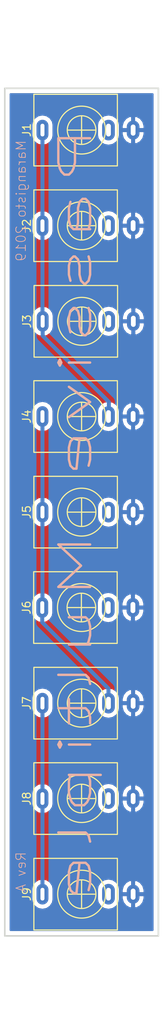
<source format=kicad_pcb>
(kicad_pcb (version 20171130) (host pcbnew "(5.0.1-3-g963ef8bb5)")

  (general
    (thickness 1.6)
    (drawings 44)
    (tracks 17)
    (zones 0)
    (modules 9)
    (nets 12)
  )

  (page A4)
  (layers
    (0 F.Cu signal)
    (31 B.Cu signal)
    (32 B.Adhes user)
    (33 F.Adhes user)
    (34 B.Paste user)
    (35 F.Paste user)
    (36 B.SilkS user)
    (37 F.SilkS user)
    (38 B.Mask user)
    (39 F.Mask user)
    (40 Dwgs.User user)
    (41 Cmts.User user)
    (42 Eco1.User user)
    (43 Eco2.User user)
    (44 Edge.Cuts user)
    (45 Margin user)
    (46 B.CrtYd user)
    (47 F.CrtYd user)
    (48 B.Fab user)
    (49 F.Fab user)
  )

  (setup
    (last_trace_width 0.5)
    (user_trace_width 0.5)
    (trace_clearance 0.2)
    (zone_clearance 0.508)
    (zone_45_only no)
    (trace_min 0.2)
    (segment_width 0.2)
    (edge_width 0.15)
    (via_size 0.8)
    (via_drill 0.4)
    (via_min_size 0.4)
    (via_min_drill 0.3)
    (uvia_size 0.3)
    (uvia_drill 0.1)
    (uvias_allowed no)
    (uvia_min_size 0.2)
    (uvia_min_drill 0.1)
    (pcb_text_width 0.3)
    (pcb_text_size 1.5 1.5)
    (mod_edge_width 0.15)
    (mod_text_size 1 1)
    (mod_text_width 0.15)
    (pad_size 1.524 1.524)
    (pad_drill 0.762)
    (pad_to_mask_clearance 0.051)
    (solder_mask_min_width 0.25)
    (aux_axis_origin 148.5011 105.00614)
    (grid_origin 148.5011 105.00614)
    (visible_elements FFFFFF7F)
    (pcbplotparams
      (layerselection 0x010fc_ffffffff)
      (usegerberextensions false)
      (usegerberattributes false)
      (usegerberadvancedattributes false)
      (creategerberjobfile false)
      (excludeedgelayer true)
      (linewidth 0.100000)
      (plotframeref false)
      (viasonmask false)
      (mode 1)
      (useauxorigin false)
      (hpglpennumber 1)
      (hpglpenspeed 20)
      (hpglpendiameter 15.000000)
      (psnegative false)
      (psa4output false)
      (plotreference true)
      (plotvalue true)
      (plotinvisibletext false)
      (padsonsilk false)
      (subtractmaskfromsilk false)
      (outputformat 1)
      (mirror false)
      (drillshape 1)
      (scaleselection 1)
      (outputdirectory ""))
  )

  (net 0 "")
  (net 1 "Net-(J1-PadTN)")
  (net 2 GND)
  (net 3 "Net-(J1-PadT)")
  (net 4 "Net-(J2-PadTN)")
  (net 5 "Net-(J3-PadTN)")
  (net 6 "Net-(J4-PadT)")
  (net 7 "Net-(J5-PadTN)")
  (net 8 "Net-(J6-PadTN)")
  (net 9 "Net-(J7-PadT)")
  (net 10 "Net-(J8-PadTN)")
  (net 11 "Net-(J9-PadTN)")

  (net_class Default "This is the default net class."
    (clearance 0.2)
    (trace_width 0.25)
    (via_dia 0.8)
    (via_drill 0.4)
    (uvia_dia 0.3)
    (uvia_drill 0.1)
    (add_net GND)
    (add_net "Net-(J1-PadT)")
    (add_net "Net-(J1-PadTN)")
    (add_net "Net-(J2-PadTN)")
    (add_net "Net-(J3-PadTN)")
    (add_net "Net-(J4-PadT)")
    (add_net "Net-(J5-PadTN)")
    (add_net "Net-(J6-PadTN)")
    (add_net "Net-(J7-PadT)")
    (add_net "Net-(J8-PadTN)")
    (add_net "Net-(J9-PadTN)")
  )

  (module Local:PJ398SM (layer F.Cu) (tedit 5BE15C5F) (tstamp 5C536156)
    (at 148.5011 153.01214 90)
    (path /5C3ABA52)
    (fp_text reference J9 (at 0 -6.9 90) (layer F.SilkS)
      (effects (font (size 1 1) (thickness 0.15)))
    )
    (fp_text value AudioJack2_Ground_Switch (at 0.03 -3.09 90) (layer F.Fab)
      (effects (font (size 1 1) (thickness 0.15)))
    )
    (fp_line (start 1.8 0) (end -1.8 0) (layer F.SilkS) (width 0.15))
    (fp_line (start 0 -1.8) (end 0 1.8) (layer F.SilkS) (width 0.15))
    (fp_line (start -4.5 4.5) (end 4.5 4.5) (layer F.SilkS) (width 0.15))
    (fp_line (start 4.5 4.5) (end 4.5 -6) (layer F.SilkS) (width 0.15))
    (fp_line (start 4.5 -6) (end -4.5 -6) (layer F.SilkS) (width 0.15))
    (fp_line (start -4.5 -6) (end -4.5 4.5) (layer F.SilkS) (width 0.15))
    (fp_circle (center 0 0) (end 3 0.2) (layer F.SilkS) (width 0.15))
    (fp_circle (center 0 0) (end 1.8 0) (layer F.SilkS) (width 0.15))
    (pad TN thru_hole oval (at 0 3.38 90) (size 2.6 1.6) (drill oval 1.6 0.6) (layers *.Cu *.Mask)
      (net 11 "Net-(J9-PadTN)"))
    (pad S thru_hole oval (at 0 6.48 90) (size 2.4 1.6) (drill oval 1.4 0.6) (layers *.Cu *.Mask)
      (net 2 GND))
    (pad T thru_hole oval (at 0 -4.92 90) (size 2.6 1.5) (drill oval 1.6 0.5) (layers *.Cu *.Mask)
      (net 9 "Net-(J7-PadT)"))
    (model ${KIPRJMOD}/Local.pretty/PJ398SM.step
      (offset (xyz 0 0 9))
      (scale (xyz 1 1 1))
      (rotate (xyz -90 0 0))
    )
  )

  (module Local:PJ398SM (layer F.Cu) (tedit 5BE15C5F) (tstamp 5C536147)
    (at 148.5011 140.99794 90)
    (path /5C3ABA4C)
    (fp_text reference J8 (at 0 -6.9 90) (layer F.SilkS)
      (effects (font (size 1 1) (thickness 0.15)))
    )
    (fp_text value AudioJack2_Ground_Switch (at 0.03 -3.09 90) (layer F.Fab)
      (effects (font (size 1 1) (thickness 0.15)))
    )
    (fp_circle (center 0 0) (end 1.8 0) (layer F.SilkS) (width 0.15))
    (fp_circle (center 0 0) (end 3 0.2) (layer F.SilkS) (width 0.15))
    (fp_line (start -4.5 -6) (end -4.5 4.5) (layer F.SilkS) (width 0.15))
    (fp_line (start 4.5 -6) (end -4.5 -6) (layer F.SilkS) (width 0.15))
    (fp_line (start 4.5 4.5) (end 4.5 -6) (layer F.SilkS) (width 0.15))
    (fp_line (start -4.5 4.5) (end 4.5 4.5) (layer F.SilkS) (width 0.15))
    (fp_line (start 0 -1.8) (end 0 1.8) (layer F.SilkS) (width 0.15))
    (fp_line (start 1.8 0) (end -1.8 0) (layer F.SilkS) (width 0.15))
    (pad T thru_hole oval (at 0 -4.92 90) (size 2.6 1.5) (drill oval 1.6 0.5) (layers *.Cu *.Mask)
      (net 9 "Net-(J7-PadT)"))
    (pad S thru_hole oval (at 0 6.48 90) (size 2.4 1.6) (drill oval 1.4 0.6) (layers *.Cu *.Mask)
      (net 2 GND))
    (pad TN thru_hole oval (at 0 3.38 90) (size 2.6 1.6) (drill oval 1.6 0.6) (layers *.Cu *.Mask)
      (net 10 "Net-(J8-PadTN)"))
    (model ${KIPRJMOD}/Local.pretty/PJ398SM.step
      (offset (xyz 0 0 9))
      (scale (xyz 1 1 1))
      (rotate (xyz -90 0 0))
    )
  )

  (module Local:PJ398SM (layer F.Cu) (tedit 5BE15C5F) (tstamp 5C536138)
    (at 148.5011 129.00914 90)
    (path /5C3ABA46)
    (fp_text reference J7 (at 0 -6.9 90) (layer F.SilkS)
      (effects (font (size 1 1) (thickness 0.15)))
    )
    (fp_text value AudioJack2_Ground_Switch (at 0.03 -3.09 90) (layer F.Fab)
      (effects (font (size 1 1) (thickness 0.15)))
    )
    (fp_line (start 1.8 0) (end -1.8 0) (layer F.SilkS) (width 0.15))
    (fp_line (start 0 -1.8) (end 0 1.8) (layer F.SilkS) (width 0.15))
    (fp_line (start -4.5 4.5) (end 4.5 4.5) (layer F.SilkS) (width 0.15))
    (fp_line (start 4.5 4.5) (end 4.5 -6) (layer F.SilkS) (width 0.15))
    (fp_line (start 4.5 -6) (end -4.5 -6) (layer F.SilkS) (width 0.15))
    (fp_line (start -4.5 -6) (end -4.5 4.5) (layer F.SilkS) (width 0.15))
    (fp_circle (center 0 0) (end 3 0.2) (layer F.SilkS) (width 0.15))
    (fp_circle (center 0 0) (end 1.8 0) (layer F.SilkS) (width 0.15))
    (pad TN thru_hole oval (at 0 3.38 90) (size 2.6 1.6) (drill oval 1.6 0.6) (layers *.Cu *.Mask)
      (net 6 "Net-(J4-PadT)"))
    (pad S thru_hole oval (at 0 6.48 90) (size 2.4 1.6) (drill oval 1.4 0.6) (layers *.Cu *.Mask)
      (net 2 GND))
    (pad T thru_hole oval (at 0 -4.92 90) (size 2.6 1.5) (drill oval 1.6 0.5) (layers *.Cu *.Mask)
      (net 9 "Net-(J7-PadT)"))
    (model ${KIPRJMOD}/Local.pretty/PJ398SM.step
      (offset (xyz 0 0 9))
      (scale (xyz 1 1 1))
      (rotate (xyz -90 0 0))
    )
  )

  (module Local:PJ398SM (layer F.Cu) (tedit 5BE15C5F) (tstamp 5C536129)
    (at 148.4757 116.99494 90)
    (path /5C3AB85A)
    (fp_text reference J6 (at 0 -6.9 90) (layer F.SilkS)
      (effects (font (size 1 1) (thickness 0.15)))
    )
    (fp_text value AudioJack2_Ground_Switch (at 0.03 -3.09 90) (layer F.Fab)
      (effects (font (size 1 1) (thickness 0.15)))
    )
    (fp_circle (center 0 0) (end 1.8 0) (layer F.SilkS) (width 0.15))
    (fp_circle (center 0 0) (end 3 0.2) (layer F.SilkS) (width 0.15))
    (fp_line (start -4.5 -6) (end -4.5 4.5) (layer F.SilkS) (width 0.15))
    (fp_line (start 4.5 -6) (end -4.5 -6) (layer F.SilkS) (width 0.15))
    (fp_line (start 4.5 4.5) (end 4.5 -6) (layer F.SilkS) (width 0.15))
    (fp_line (start -4.5 4.5) (end 4.5 4.5) (layer F.SilkS) (width 0.15))
    (fp_line (start 0 -1.8) (end 0 1.8) (layer F.SilkS) (width 0.15))
    (fp_line (start 1.8 0) (end -1.8 0) (layer F.SilkS) (width 0.15))
    (pad T thru_hole oval (at 0 -4.92 90) (size 2.6 1.5) (drill oval 1.6 0.5) (layers *.Cu *.Mask)
      (net 6 "Net-(J4-PadT)"))
    (pad S thru_hole oval (at 0 6.48 90) (size 2.4 1.6) (drill oval 1.4 0.6) (layers *.Cu *.Mask)
      (net 2 GND))
    (pad TN thru_hole oval (at 0 3.38 90) (size 2.6 1.6) (drill oval 1.6 0.6) (layers *.Cu *.Mask)
      (net 8 "Net-(J6-PadTN)"))
    (model ${KIPRJMOD}/Local.pretty/PJ398SM.step
      (offset (xyz 0 0 9))
      (scale (xyz 1 1 1))
      (rotate (xyz -90 0 0))
    )
  )

  (module Local:PJ398SM (layer F.Cu) (tedit 5BE15C5F) (tstamp 5C53611A)
    (at 148.5011 105.00614 90)
    (path /5C3AB854)
    (fp_text reference J5 (at 0 -6.9 90) (layer F.SilkS)
      (effects (font (size 1 1) (thickness 0.15)))
    )
    (fp_text value AudioJack2_Ground_Switch (at 0.03 -3.09 90) (layer F.Fab)
      (effects (font (size 1 1) (thickness 0.15)))
    )
    (fp_line (start 1.8 0) (end -1.8 0) (layer F.SilkS) (width 0.15))
    (fp_line (start 0 -1.8) (end 0 1.8) (layer F.SilkS) (width 0.15))
    (fp_line (start -4.5 4.5) (end 4.5 4.5) (layer F.SilkS) (width 0.15))
    (fp_line (start 4.5 4.5) (end 4.5 -6) (layer F.SilkS) (width 0.15))
    (fp_line (start 4.5 -6) (end -4.5 -6) (layer F.SilkS) (width 0.15))
    (fp_line (start -4.5 -6) (end -4.5 4.5) (layer F.SilkS) (width 0.15))
    (fp_circle (center 0 0) (end 3 0.2) (layer F.SilkS) (width 0.15))
    (fp_circle (center 0 0) (end 1.8 0) (layer F.SilkS) (width 0.15))
    (pad TN thru_hole oval (at 0 3.38 90) (size 2.6 1.6) (drill oval 1.6 0.6) (layers *.Cu *.Mask)
      (net 7 "Net-(J5-PadTN)"))
    (pad S thru_hole oval (at 0 6.48 90) (size 2.4 1.6) (drill oval 1.4 0.6) (layers *.Cu *.Mask)
      (net 2 GND))
    (pad T thru_hole oval (at 0 -4.92 90) (size 2.6 1.5) (drill oval 1.6 0.5) (layers *.Cu *.Mask)
      (net 6 "Net-(J4-PadT)"))
    (model ${KIPRJMOD}/Local.pretty/PJ398SM.step
      (offset (xyz 0 0 9))
      (scale (xyz 1 1 1))
      (rotate (xyz -90 0 0))
    )
  )

  (module Local:PJ398SM (layer F.Cu) (tedit 5BE15C5F) (tstamp 5C53610B)
    (at 148.5011 92.99194 90)
    (path /5C3AB84E)
    (fp_text reference J4 (at 0 -6.9 90) (layer F.SilkS)
      (effects (font (size 1 1) (thickness 0.15)))
    )
    (fp_text value AudioJack2_Ground_Switch (at 0.03 -3.09 90) (layer F.Fab)
      (effects (font (size 1 1) (thickness 0.15)))
    )
    (fp_circle (center 0 0) (end 1.8 0) (layer F.SilkS) (width 0.15))
    (fp_circle (center 0 0) (end 3 0.2) (layer F.SilkS) (width 0.15))
    (fp_line (start -4.5 -6) (end -4.5 4.5) (layer F.SilkS) (width 0.15))
    (fp_line (start 4.5 -6) (end -4.5 -6) (layer F.SilkS) (width 0.15))
    (fp_line (start 4.5 4.5) (end 4.5 -6) (layer F.SilkS) (width 0.15))
    (fp_line (start -4.5 4.5) (end 4.5 4.5) (layer F.SilkS) (width 0.15))
    (fp_line (start 0 -1.8) (end 0 1.8) (layer F.SilkS) (width 0.15))
    (fp_line (start 1.8 0) (end -1.8 0) (layer F.SilkS) (width 0.15))
    (pad T thru_hole oval (at 0 -4.92 90) (size 2.6 1.5) (drill oval 1.6 0.5) (layers *.Cu *.Mask)
      (net 6 "Net-(J4-PadT)"))
    (pad S thru_hole oval (at 0 6.48 90) (size 2.4 1.6) (drill oval 1.4 0.6) (layers *.Cu *.Mask)
      (net 2 GND))
    (pad TN thru_hole oval (at 0 3.38 90) (size 2.6 1.6) (drill oval 1.6 0.6) (layers *.Cu *.Mask)
      (net 3 "Net-(J1-PadT)"))
    (model ${KIPRJMOD}/Local.pretty/PJ398SM.step
      (offset (xyz 0 0 9))
      (scale (xyz 1 1 1))
      (rotate (xyz -90 0 0))
    )
  )

  (module Local:PJ398SM (layer F.Cu) (tedit 5BE15C5F) (tstamp 5C5360FC)
    (at 148.5265 81.02854 90)
    (path /5C3AB5F9)
    (fp_text reference J3 (at 0 -6.9 90) (layer F.SilkS)
      (effects (font (size 1 1) (thickness 0.15)))
    )
    (fp_text value AudioJack2_Ground_Switch (at 0.03 -3.09 90) (layer F.Fab)
      (effects (font (size 1 1) (thickness 0.15)))
    )
    (fp_line (start 1.8 0) (end -1.8 0) (layer F.SilkS) (width 0.15))
    (fp_line (start 0 -1.8) (end 0 1.8) (layer F.SilkS) (width 0.15))
    (fp_line (start -4.5 4.5) (end 4.5 4.5) (layer F.SilkS) (width 0.15))
    (fp_line (start 4.5 4.5) (end 4.5 -6) (layer F.SilkS) (width 0.15))
    (fp_line (start 4.5 -6) (end -4.5 -6) (layer F.SilkS) (width 0.15))
    (fp_line (start -4.5 -6) (end -4.5 4.5) (layer F.SilkS) (width 0.15))
    (fp_circle (center 0 0) (end 3 0.2) (layer F.SilkS) (width 0.15))
    (fp_circle (center 0 0) (end 1.8 0) (layer F.SilkS) (width 0.15))
    (pad TN thru_hole oval (at 0 3.38 90) (size 2.6 1.6) (drill oval 1.6 0.6) (layers *.Cu *.Mask)
      (net 5 "Net-(J3-PadTN)"))
    (pad S thru_hole oval (at 0 6.48 90) (size 2.4 1.6) (drill oval 1.4 0.6) (layers *.Cu *.Mask)
      (net 2 GND))
    (pad T thru_hole oval (at 0 -4.92 90) (size 2.6 1.5) (drill oval 1.6 0.5) (layers *.Cu *.Mask)
      (net 3 "Net-(J1-PadT)"))
    (model ${KIPRJMOD}/Local.pretty/PJ398SM.step
      (offset (xyz 0 0 9))
      (scale (xyz 1 1 1))
      (rotate (xyz -90 0 0))
    )
  )

  (module Local:PJ398SM (layer F.Cu) (tedit 5BE15C5F) (tstamp 5C5360ED)
    (at 148.5011 69.01434 90)
    (path /5C3AB5DF)
    (fp_text reference J2 (at 0 -6.9 90) (layer F.SilkS)
      (effects (font (size 1 1) (thickness 0.15)))
    )
    (fp_text value AudioJack2_Ground_Switch (at 0.03 -3.09 90) (layer F.Fab)
      (effects (font (size 1 1) (thickness 0.15)))
    )
    (fp_circle (center 0 0) (end 1.8 0) (layer F.SilkS) (width 0.15))
    (fp_circle (center 0 0) (end 3 0.2) (layer F.SilkS) (width 0.15))
    (fp_line (start -4.5 -6) (end -4.5 4.5) (layer F.SilkS) (width 0.15))
    (fp_line (start 4.5 -6) (end -4.5 -6) (layer F.SilkS) (width 0.15))
    (fp_line (start 4.5 4.5) (end 4.5 -6) (layer F.SilkS) (width 0.15))
    (fp_line (start -4.5 4.5) (end 4.5 4.5) (layer F.SilkS) (width 0.15))
    (fp_line (start 0 -1.8) (end 0 1.8) (layer F.SilkS) (width 0.15))
    (fp_line (start 1.8 0) (end -1.8 0) (layer F.SilkS) (width 0.15))
    (pad T thru_hole oval (at 0 -4.92 90) (size 2.6 1.5) (drill oval 1.6 0.5) (layers *.Cu *.Mask)
      (net 3 "Net-(J1-PadT)"))
    (pad S thru_hole oval (at 0 6.48 90) (size 2.4 1.6) (drill oval 1.4 0.6) (layers *.Cu *.Mask)
      (net 2 GND))
    (pad TN thru_hole oval (at 0 3.38 90) (size 2.6 1.6) (drill oval 1.6 0.6) (layers *.Cu *.Mask)
      (net 4 "Net-(J2-PadTN)"))
    (model ${KIPRJMOD}/Local.pretty/PJ398SM.step
      (offset (xyz 0 0 9))
      (scale (xyz 1 1 1))
      (rotate (xyz -90 0 0))
    )
  )

  (module Local:PJ398SM (layer F.Cu) (tedit 5BE15C5F) (tstamp 5C5360DE)
    (at 148.5011 57.00014 90)
    (path /5C3AB58B)
    (fp_text reference J1 (at 0 -6.9 90) (layer F.SilkS)
      (effects (font (size 1 1) (thickness 0.15)))
    )
    (fp_text value AudioJack2_Ground_Switch (at 0.03 -3.09 90) (layer F.Fab)
      (effects (font (size 1 1) (thickness 0.15)))
    )
    (fp_line (start 1.8 0) (end -1.8 0) (layer F.SilkS) (width 0.15))
    (fp_line (start 0 -1.8) (end 0 1.8) (layer F.SilkS) (width 0.15))
    (fp_line (start -4.5 4.5) (end 4.5 4.5) (layer F.SilkS) (width 0.15))
    (fp_line (start 4.5 4.5) (end 4.5 -6) (layer F.SilkS) (width 0.15))
    (fp_line (start 4.5 -6) (end -4.5 -6) (layer F.SilkS) (width 0.15))
    (fp_line (start -4.5 -6) (end -4.5 4.5) (layer F.SilkS) (width 0.15))
    (fp_circle (center 0 0) (end 3 0.2) (layer F.SilkS) (width 0.15))
    (fp_circle (center 0 0) (end 1.8 0) (layer F.SilkS) (width 0.15))
    (pad TN thru_hole oval (at 0 3.38 90) (size 2.6 1.6) (drill oval 1.6 0.6) (layers *.Cu *.Mask)
      (net 1 "Net-(J1-PadTN)"))
    (pad S thru_hole oval (at 0 6.48 90) (size 2.4 1.6) (drill oval 1.4 0.6) (layers *.Cu *.Mask)
      (net 2 GND))
    (pad T thru_hole oval (at 0 -4.92 90) (size 2.6 1.5) (drill oval 1.6 0.5) (layers *.Cu *.Mask)
      (net 3 "Net-(J1-PadT)"))
    (model ${KIPRJMOD}/Local.pretty/PJ398SM.step
      (offset (xyz 0 0 9))
      (scale (xyz 1 1 1))
      (rotate (xyz -90 0 0))
    )
  )

  (gr_text "Rev A" (at 140.8811 150.21814 90) (layer B.SilkS) (tstamp 5C536585)
    (effects (font (size 1.2 1.2) (thickness 0.1)) (justify mirror))
  )
  (gr_text "Marangisto 2019" (at 140.8811 65.89014 90) (layer B.SilkS)
    (effects (font (size 1.2 1.2) (thickness 0.1)) (justify mirror))
  )
  (gr_text "Passive Multiple" (at 147.7391 105.26014 90) (layer B.SilkS)
    (effects (font (size 4 8) (thickness 0.3)) (justify mirror))
  )
  (gr_line (start 138.8411 51.7536) (end 138.8411 158.2536) (layer Dwgs.User) (width 0.2))
  (gr_circle (center 148.5011 117.0036) (end 151.5011 117.0036) (layer Dwgs.User) (width 0.2))
  (gr_line (start 138.3411 169.2536) (end 158.6611 169.2536) (layer Dwgs.User) (width 0.2))
  (gr_line (start 158.4111 105.0036) (end 138.8411 105.0036) (layer Dwgs.User) (width 0.2))
  (gr_circle (center 148.5011 81.0036) (end 151.5011 81.0036) (layer Dwgs.User) (width 0.2))
  (gr_line (start 138.5911 169.2536) (end 158.4111 169.2536) (layer Dwgs.User) (width 0.2))
  (gr_circle (center 148.5011 105.0036) (end 151.5011 105.0036) (layer Dwgs.User) (width 0.2))
  (gr_line (start 158.6611 169.2536) (end 158.6611 40.7536) (layer Dwgs.User) (width 0.2))
  (gr_circle (center 148.5011 69.0036) (end 151.5011 69.0036) (layer Dwgs.User) (width 0.2))
  (gr_circle (center 148.5011 129.0036) (end 151.5011 129.0036) (layer Dwgs.User) (width 0.2))
  (gr_line (start 138.3411 40.7536) (end 138.3411 169.2536) (layer Dwgs.User) (width 0.2))
  (gr_circle (center 145.8411 43.7536) (end 147.3411 43.7536) (layer Dwgs.User) (width 0.2))
  (gr_circle (center 144.3411 166.2536) (end 145.8411 166.2536) (layer Dwgs.User) (width 0.2))
  (gr_line (start 144.3411 42.2536) (end 147.3411 42.2536) (layer Dwgs.User) (width 0.2))
  (gr_line (start 144.3411 166.2536) (end 147.3411 166.2536) (layer Dwgs.User) (width 0.2))
  (gr_circle (center 147.3411 166.2536) (end 148.8411 166.2536) (layer Dwgs.User) (width 0.2))
  (gr_circle (center 148.5011 93.0036) (end 151.5011 93.0036) (layer Dwgs.User) (width 0.2))
  (gr_line (start 144.3411 43.7536) (end 147.3411 43.7536) (layer Dwgs.User) (width 0.2))
  (gr_circle (center 144.3411 43.7536) (end 145.8411 43.7536) (layer Dwgs.User) (width 0.2))
  (gr_circle (center 147.3411 43.7536) (end 148.8411 43.7536) (layer Dwgs.User) (width 0.2))
  (gr_line (start 147.3411 167.7536) (end 144.3411 167.7536) (layer Dwgs.User) (width 0.2))
  (gr_line (start 158.1611 51.7536) (end 138.8411 51.7536) (layer Dwgs.User) (width 0.2))
  (gr_circle (center 145.8411 166.2536) (end 147.3411 166.2536) (layer Dwgs.User) (width 0.2))
  (gr_line (start 158.6611 40.7536) (end 138.3411 40.7536) (layer Dwgs.User) (width 0.2))
  (gr_circle (center 148.5011 153.0036) (end 151.5011 153.0036) (layer Dwgs.User) (width 0.2))
  (gr_line (start 138.8411 158.2536) (end 158.1611 158.2536) (layer Dwgs.User) (width 0.2))
  (gr_line (start 138.8411 55.0036) (end 158.1611 55.0036) (layer Dwgs.User) (width 0.2))
  (gr_line (start 158.4111 40.7536) (end 138.5911 40.7536) (layer Dwgs.User) (width 0.2))
  (gr_circle (center 148.5011 141.0036) (end 151.5011 141.0036) (layer Dwgs.User) (width 0.2))
  (gr_line (start 138.5911 40.7536) (end 138.5911 169.2536) (layer Dwgs.User) (width 0.2))
  (gr_line (start 138.8411 155.0036) (end 158.1611 155.0036) (layer Dwgs.User) (width 0.2))
  (gr_line (start 147.3411 45.2536) (end 144.3411 45.2536) (layer Dwgs.User) (width 0.2))
  (gr_line (start 144.3411 164.7536) (end 147.3411 164.7536) (layer Dwgs.User) (width 0.2))
  (gr_line (start 148.5011 40.7536) (end 148.5011 169.2536) (layer Dwgs.User) (width 0.2))
  (gr_line (start 158.1611 158.2536) (end 158.1611 51.7536) (layer Dwgs.User) (width 0.2))
  (gr_circle (center 148.5011 57.0036) (end 151.5011 57.0036) (layer Dwgs.User) (width 0.2))
  (gr_line (start 158.4111 169.2536) (end 158.4111 40.7536) (layer Dwgs.User) (width 0.2))
  (gr_line (start 158.1611 158.2536) (end 158.1611 51.7536) (layer Edge.Cuts) (width 0.2))
  (gr_line (start 158.1611 51.7536) (end 138.8411 51.7536) (layer Edge.Cuts) (width 0.2))
  (gr_line (start 138.8411 51.7536) (end 138.8411 158.2536) (layer Edge.Cuts) (width 0.2))
  (gr_line (start 138.8411 158.2536) (end 158.1611 158.2536) (layer Edge.Cuts) (width 0.2))

  (segment (start 143.5811 57.00014) (end 143.5811 69.01434) (width 0.5) (layer B.Cu) (net 3))
  (segment (start 143.5811 81.00314) (end 143.6065 81.02854) (width 0.5) (layer B.Cu) (net 3))
  (segment (start 143.5811 69.01434) (end 143.5811 81.00314) (width 0.5) (layer B.Cu) (net 3))
  (segment (start 151.9301 92.94294) (end 151.8811 92.99194) (width 0.5) (layer B.Cu) (net 3))
  (segment (start 151.9301 91.16314) (end 151.9301 92.94294) (width 0.5) (layer B.Cu) (net 3))
  (segment (start 143.6065 82.83954) (end 151.9301 91.16314) (width 0.5) (layer B.Cu) (net 3))
  (segment (start 143.6065 81.02854) (end 143.6065 82.83954) (width 0.5) (layer B.Cu) (net 3))
  (segment (start 143.5811 92.99194) (end 143.5811 105.00614) (width 0.5) (layer B.Cu) (net 6))
  (segment (start 143.5811 116.96954) (end 143.5557 116.99494) (width 0.5) (layer B.Cu) (net 6))
  (segment (start 143.5811 105.00614) (end 143.5811 116.96954) (width 0.5) (layer B.Cu) (net 6))
  (segment (start 151.8811 127.18214) (end 151.8811 129.00914) (width 0.5) (layer B.Cu) (net 6))
  (segment (start 143.5557 118.85674) (end 151.8811 127.18214) (width 0.5) (layer B.Cu) (net 6))
  (segment (start 143.5557 116.99494) (end 143.5557 118.85674) (width 0.5) (layer B.Cu) (net 6))
  (segment (start 143.5811 130.80914) (end 143.5811 140.99794) (width 0.5) (layer B.Cu) (net 9))
  (segment (start 143.5811 129.00914) (end 143.5811 130.80914) (width 0.5) (layer B.Cu) (net 9))
  (segment (start 143.5811 142.79794) (end 143.5811 153.01214) (width 0.5) (layer B.Cu) (net 9))
  (segment (start 143.5811 140.99794) (end 143.5811 142.79794) (width 0.5) (layer B.Cu) (net 9))

  (zone (net 0) (net_name "") (layer F.Cu) (tstamp 0) (hatch edge 0.508)
    (connect_pads (clearance 0.508))
    (min_thickness 0.254)
    (keepout (tracks not_allowed) (vias not_allowed) (copperpour not_allowed))
    (fill (arc_segments 16) (thermal_gap 0.508) (thermal_bridge_width 0.508))
    (polygon
      (pts
        (xy 148.5011 55.22214) (xy 149.5171 55.47614) (xy 150.1521 56.23814) (xy 150.2791 57.00014) (xy 150.0251 58.01614)
        (xy 149.5171 58.52414) (xy 148.5011 58.77814) (xy 147.4851 58.52414) (xy 146.8501 57.76214) (xy 146.7231 57.00014)
        (xy 146.9771 55.98414) (xy 147.7391 55.34914) (xy 148.3741 55.22214)
      )
    )
  )
  (zone (net 0) (net_name "") (layer F.Cu) (tstamp 5C53654D) (hatch edge 0.508)
    (connect_pads (clearance 0.508))
    (min_thickness 0.254)
    (keepout (tracks not_allowed) (vias not_allowed) (copperpour not_allowed))
    (fill (arc_segments 16) (thermal_gap 0.508) (thermal_bridge_width 0.508))
    (polygon
      (pts
        (xy 148.518072 67.219252) (xy 149.534072 67.473252) (xy 150.169072 68.235252) (xy 150.296072 68.997252) (xy 150.042072 70.013252)
        (xy 149.534072 70.521252) (xy 148.518072 70.775252) (xy 147.502072 70.521252) (xy 146.867072 69.759252) (xy 146.740072 68.997252)
        (xy 146.994072 67.981252) (xy 147.756072 67.346252) (xy 148.391072 67.219252)
      )
    )
  )
  (zone (net 0) (net_name "") (layer F.Cu) (tstamp 5C53654F) (hatch edge 0.508)
    (connect_pads (clearance 0.508))
    (min_thickness 0.254)
    (keepout (tracks not_allowed) (vias not_allowed) (copperpour not_allowed))
    (fill (arc_segments 16) (thermal_gap 0.508) (thermal_bridge_width 0.508))
    (polygon
      (pts
        (xy 148.518072 79.22514) (xy 149.534072 79.47914) (xy 150.169072 80.24114) (xy 150.296072 81.00314) (xy 150.042072 82.01914)
        (xy 149.534072 82.52714) (xy 148.518072 82.78114) (xy 147.502072 82.52714) (xy 146.867072 81.76514) (xy 146.740072 81.00314)
        (xy 146.994072 79.98714) (xy 147.756072 79.35214) (xy 148.391072 79.22514)
      )
    )
  )
  (zone (net 0) (net_name "") (layer F.Cu) (tstamp 5C536551) (hatch edge 0.508)
    (connect_pads (clearance 0.508))
    (min_thickness 0.254)
    (keepout (tracks not_allowed) (vias not_allowed) (copperpour not_allowed))
    (fill (arc_segments 16) (thermal_gap 0.508) (thermal_bridge_width 0.508))
    (polygon
      (pts
        (xy 148.518072 91.16314) (xy 149.534072 91.41714) (xy 150.169072 92.17914) (xy 150.296072 92.94114) (xy 150.042072 93.95714)
        (xy 149.534072 94.46514) (xy 148.518072 94.71914) (xy 147.502072 94.46514) (xy 146.867072 93.70314) (xy 146.740072 92.94114)
        (xy 146.994072 91.92514) (xy 147.756072 91.29014) (xy 148.391072 91.16314)
      )
    )
  )
  (zone (net 0) (net_name "") (layer F.Cu) (tstamp 5C536553) (hatch edge 0.508)
    (connect_pads (clearance 0.508))
    (min_thickness 0.254)
    (keepout (tracks not_allowed) (vias not_allowed) (copperpour not_allowed))
    (fill (arc_segments 16) (thermal_gap 0.508) (thermal_bridge_width 0.508))
    (polygon
      (pts
        (xy 148.5011 115.16614) (xy 149.5171 115.42014) (xy 150.1521 116.18214) (xy 150.2791 116.94414) (xy 150.0251 117.96014)
        (xy 149.5171 118.46814) (xy 148.5011 118.72214) (xy 147.4851 118.46814) (xy 146.8501 117.70614) (xy 146.7231 116.94414)
        (xy 146.9771 115.92814) (xy 147.7391 115.29314) (xy 148.3741 115.16614)
      )
    )
  )
  (zone (net 0) (net_name "") (layer F.Cu) (tstamp 5C536555) (hatch edge 0.508)
    (connect_pads (clearance 0.508))
    (min_thickness 0.254)
    (keepout (tracks not_allowed) (vias not_allowed) (copperpour not_allowed))
    (fill (arc_segments 16) (thermal_gap 0.508) (thermal_bridge_width 0.508))
    (polygon
      (pts
        (xy 148.5011 127.23114) (xy 149.5171 127.48514) (xy 150.1521 128.24714) (xy 150.2791 129.00914) (xy 150.0251 130.02514)
        (xy 149.5171 130.53314) (xy 148.5011 130.78714) (xy 147.4851 130.53314) (xy 146.8501 129.77114) (xy 146.7231 129.00914)
        (xy 146.9771 127.99314) (xy 147.7391 127.35814) (xy 148.3741 127.23114)
      )
    )
  )
  (zone (net 0) (net_name "") (layer F.Cu) (tstamp 5C536557) (hatch edge 0.508)
    (connect_pads (clearance 0.508))
    (min_thickness 0.254)
    (keepout (tracks not_allowed) (vias not_allowed) (copperpour not_allowed))
    (fill (arc_segments 16) (thermal_gap 0.508) (thermal_bridge_width 0.508))
    (polygon
      (pts
        (xy 148.5011 139.29614) (xy 149.5171 139.55014) (xy 150.1521 140.31214) (xy 150.2791 141.07414) (xy 150.0251 142.09014)
        (xy 149.5171 142.59814) (xy 148.5011 142.85214) (xy 147.4851 142.59814) (xy 146.8501 141.83614) (xy 146.7231 141.07414)
        (xy 146.9771 140.05814) (xy 147.7391 139.42314) (xy 148.3741 139.29614)
      )
    )
  )
  (zone (net 0) (net_name "") (layer F.Cu) (tstamp 5C536559) (hatch edge 0.508)
    (connect_pads (clearance 0.508))
    (min_thickness 0.254)
    (keepout (tracks not_allowed) (vias not_allowed) (copperpour not_allowed))
    (fill (arc_segments 16) (thermal_gap 0.508) (thermal_bridge_width 0.508))
    (polygon
      (pts
        (xy 148.5011 151.23414) (xy 149.5171 151.48814) (xy 150.1521 152.25014) (xy 150.2791 153.01214) (xy 150.0251 154.02814)
        (xy 149.5171 154.53614) (xy 148.5011 154.79014) (xy 147.4851 154.53614) (xy 146.8501 153.77414) (xy 146.7231 153.01214)
        (xy 146.9771 151.99614) (xy 147.7391 151.36114) (xy 148.3741 151.23414)
      )
    )
  )
  (zone (net 2) (net_name GND) (layer F.Cu) (tstamp 5C53656E) (hatch edge 0.508)
    (connect_pads (clearance 0.508))
    (min_thickness 0.254)
    (fill yes (arc_segments 16) (thermal_gap 0.508) (thermal_bridge_width 0.508))
    (polygon
      (pts
        (xy 138.8491 51.79314) (xy 158.1531 51.79314) (xy 158.1531 158.21914) (xy 138.8491 158.21914)
      )
    )
    (filled_polygon
      (pts
        (xy 157.4261 157.5186) (xy 139.5761 157.5186) (xy 139.5761 152.325734) (xy 142.1961 152.325734) (xy 142.1961 153.698547)
        (xy 142.276459 154.10254) (xy 142.582572 154.560669) (xy 143.040701 154.866781) (xy 143.5811 154.974273) (xy 144.1215 154.866781)
        (xy 144.579629 154.560669) (xy 144.885741 154.10254) (xy 144.9661 153.698547) (xy 144.9661 153.033019) (xy 146.597828 153.033019)
        (xy 146.724828 153.795019) (xy 146.752536 153.855443) (xy 147.387536 154.617443) (xy 147.409493 154.638182) (xy 147.454298 154.659348)
        (xy 148.470298 154.913348) (xy 148.531902 154.913348) (xy 149.547902 154.659348) (xy 149.606903 154.625943) (xy 150.114903 154.117943)
        (xy 150.148308 154.058942) (xy 150.402308 153.042942) (xy 150.404372 152.991261) (xy 150.300964 152.370808) (xy 150.4461 152.370808)
        (xy 150.4461 153.653473) (xy 150.52936 154.072049) (xy 150.846524 154.546717) (xy 151.321192 154.86388) (xy 151.8811 154.975253)
        (xy 152.441009 154.86388) (xy 152.915677 154.546717) (xy 153.23284 154.072049) (xy 153.3161 153.653473) (xy 153.3161 153.13914)
        (xy 153.5461 153.13914) (xy 153.5461 153.53914) (xy 153.703934 154.078623) (xy 154.056204 154.51664) (xy 154.549281 154.786507)
        (xy 154.632061 154.804044) (xy 154.8541 154.682055) (xy 154.8541 153.13914) (xy 155.1081 153.13914) (xy 155.1081 154.682055)
        (xy 155.330139 154.804044) (xy 155.412919 154.786507) (xy 155.905996 154.51664) (xy 156.258266 154.078623) (xy 156.4161 153.53914)
        (xy 156.4161 153.13914) (xy 155.1081 153.13914) (xy 154.8541 153.13914) (xy 153.5461 153.13914) (xy 153.3161 153.13914)
        (xy 153.3161 152.48514) (xy 153.5461 152.48514) (xy 153.5461 152.88514) (xy 154.8541 152.88514) (xy 154.8541 151.342225)
        (xy 155.1081 151.342225) (xy 155.1081 152.88514) (xy 156.4161 152.88514) (xy 156.4161 152.48514) (xy 156.258266 151.945657)
        (xy 155.905996 151.50764) (xy 155.412919 151.237773) (xy 155.330139 151.220236) (xy 155.1081 151.342225) (xy 154.8541 151.342225)
        (xy 154.632061 151.220236) (xy 154.549281 151.237773) (xy 154.056204 151.50764) (xy 153.703934 151.945657) (xy 153.5461 152.48514)
        (xy 153.3161 152.48514) (xy 153.3161 152.370807) (xy 153.23284 151.952231) (xy 152.915676 151.477563) (xy 152.441008 151.1604)
        (xy 151.8811 151.049027) (xy 151.321191 151.1604) (xy 150.846523 151.477564) (xy 150.52936 151.952232) (xy 150.4461 152.370808)
        (xy 150.300964 152.370808) (xy 150.277372 152.229261) (xy 150.249664 152.168837) (xy 149.614664 151.406837) (xy 149.592707 151.386098)
        (xy 149.547902 151.364932) (xy 148.531902 151.110932) (xy 148.5011 151.10714) (xy 148.3741 151.10714) (xy 148.349193 151.109606)
        (xy 147.714193 151.236606) (xy 147.657797 151.263576) (xy 146.895797 151.898576) (xy 146.875058 151.920533) (xy 146.853892 151.965338)
        (xy 146.599892 152.981338) (xy 146.597828 153.033019) (xy 144.9661 153.033019) (xy 144.9661 152.325733) (xy 144.885741 151.92174)
        (xy 144.579628 151.463611) (xy 144.121499 151.157499) (xy 143.5811 151.050007) (xy 143.0407 151.157499) (xy 142.582571 151.463612)
        (xy 142.276459 151.921741) (xy 142.1961 152.325734) (xy 139.5761 152.325734) (xy 139.5761 140.311534) (xy 142.1961 140.311534)
        (xy 142.1961 141.684347) (xy 142.276459 142.08834) (xy 142.582572 142.546469) (xy 143.040701 142.852581) (xy 143.5811 142.960073)
        (xy 144.1215 142.852581) (xy 144.579629 142.546469) (xy 144.885741 142.08834) (xy 144.9661 141.684347) (xy 144.9661 141.095019)
        (xy 146.597828 141.095019) (xy 146.724828 141.857019) (xy 146.752536 141.917443) (xy 147.387536 142.679443) (xy 147.409493 142.700182)
        (xy 147.454298 142.721348) (xy 148.470298 142.975348) (xy 148.531902 142.975348) (xy 149.547902 142.721348) (xy 149.606903 142.687943)
        (xy 150.114903 142.179943) (xy 150.148308 142.120942) (xy 150.402308 141.104942) (xy 150.404372 141.053261) (xy 150.288264 140.356608)
        (xy 150.4461 140.356608) (xy 150.4461 141.639273) (xy 150.52936 142.057849) (xy 150.846524 142.532517) (xy 151.321192 142.84968)
        (xy 151.8811 142.961053) (xy 152.441009 142.84968) (xy 152.915677 142.532517) (xy 153.23284 142.057849) (xy 153.3161 141.639273)
        (xy 153.3161 141.12494) (xy 153.5461 141.12494) (xy 153.5461 141.52494) (xy 153.703934 142.064423) (xy 154.056204 142.50244)
        (xy 154.549281 142.772307) (xy 154.632061 142.789844) (xy 154.8541 142.667855) (xy 154.8541 141.12494) (xy 155.1081 141.12494)
        (xy 155.1081 142.667855) (xy 155.330139 142.789844) (xy 155.412919 142.772307) (xy 155.905996 142.50244) (xy 156.258266 142.064423)
        (xy 156.4161 141.52494) (xy 156.4161 141.12494) (xy 155.1081 141.12494) (xy 154.8541 141.12494) (xy 153.5461 141.12494)
        (xy 153.3161 141.12494) (xy 153.3161 140.47094) (xy 153.5461 140.47094) (xy 153.5461 140.87094) (xy 154.8541 140.87094)
        (xy 154.8541 139.328025) (xy 155.1081 139.328025) (xy 155.1081 140.87094) (xy 156.4161 140.87094) (xy 156.4161 140.47094)
        (xy 156.258266 139.931457) (xy 155.905996 139.49344) (xy 155.412919 139.223573) (xy 155.330139 139.206036) (xy 155.1081 139.328025)
        (xy 154.8541 139.328025) (xy 154.632061 139.206036) (xy 154.549281 139.223573) (xy 154.056204 139.49344) (xy 153.703934 139.931457)
        (xy 153.5461 140.47094) (xy 153.3161 140.47094) (xy 153.3161 140.356607) (xy 153.23284 139.938031) (xy 152.915676 139.463363)
        (xy 152.441008 139.1462) (xy 151.8811 139.034827) (xy 151.321191 139.1462) (xy 150.846523 139.463364) (xy 150.52936 139.938032)
        (xy 150.4461 140.356608) (xy 150.288264 140.356608) (xy 150.277372 140.291261) (xy 150.249664 140.230837) (xy 149.614664 139.468837)
        (xy 149.592707 139.448098) (xy 149.547902 139.426932) (xy 148.531902 139.172932) (xy 148.5011 139.16914) (xy 148.3741 139.16914)
        (xy 148.349193 139.171606) (xy 147.714193 139.298606) (xy 147.657797 139.325576) (xy 146.895797 139.960576) (xy 146.875058 139.982533)
        (xy 146.853892 140.027338) (xy 146.599892 141.043338) (xy 146.597828 141.095019) (xy 144.9661 141.095019) (xy 144.9661 140.311533)
        (xy 144.885741 139.90754) (xy 144.579628 139.449411) (xy 144.121499 139.143299) (xy 143.5811 139.035807) (xy 143.0407 139.143299)
        (xy 142.582571 139.449412) (xy 142.276459 139.907541) (xy 142.1961 140.311534) (xy 139.5761 140.311534) (xy 139.5761 128.322734)
        (xy 142.1961 128.322734) (xy 142.1961 129.695547) (xy 142.276459 130.09954) (xy 142.582572 130.557669) (xy 143.040701 130.863781)
        (xy 143.5811 130.971273) (xy 144.1215 130.863781) (xy 144.579629 130.557669) (xy 144.885741 130.09954) (xy 144.9661 129.695547)
        (xy 144.9661 129.030019) (xy 146.597828 129.030019) (xy 146.724828 129.792019) (xy 146.752536 129.852443) (xy 147.387536 130.614443)
        (xy 147.409493 130.635182) (xy 147.454298 130.656348) (xy 148.470298 130.910348) (xy 148.531902 130.910348) (xy 149.547902 130.656348)
        (xy 149.606903 130.622943) (xy 150.114903 130.114943) (xy 150.148308 130.055942) (xy 150.402308 129.039942) (xy 150.404372 128.988261)
        (xy 150.300964 128.367808) (xy 150.4461 128.367808) (xy 150.4461 129.650473) (xy 150.52936 130.069049) (xy 150.846524 130.543717)
        (xy 151.321192 130.86088) (xy 151.8811 130.972253) (xy 152.441009 130.86088) (xy 152.915677 130.543717) (xy 153.23284 130.069049)
        (xy 153.3161 129.650473) (xy 153.3161 129.13614) (xy 153.5461 129.13614) (xy 153.5461 129.53614) (xy 153.703934 130.075623)
        (xy 154.056204 130.51364) (xy 154.549281 130.783507) (xy 154.632061 130.801044) (xy 154.8541 130.679055) (xy 154.8541 129.13614)
        (xy 155.1081 129.13614) (xy 155.1081 130.679055) (xy 155.330139 130.801044) (xy 155.412919 130.783507) (xy 155.905996 130.51364)
        (xy 156.258266 130.075623) (xy 156.4161 129.53614) (xy 156.4161 129.13614) (xy 155.1081 129.13614) (xy 154.8541 129.13614)
        (xy 153.5461 129.13614) (xy 153.3161 129.13614) (xy 153.3161 128.48214) (xy 153.5461 128.48214) (xy 153.5461 128.88214)
        (xy 154.8541 128.88214) (xy 154.8541 127.339225) (xy 155.1081 127.339225) (xy 155.1081 128.88214) (xy 156.4161 128.88214)
        (xy 156.4161 128.48214) (xy 156.258266 127.942657) (xy 155.905996 127.50464) (xy 155.412919 127.234773) (xy 155.330139 127.217236)
        (xy 155.1081 127.339225) (xy 154.8541 127.339225) (xy 154.632061 127.217236) (xy 154.549281 127.234773) (xy 154.056204 127.50464)
        (xy 153.703934 127.942657) (xy 153.5461 128.48214) (xy 153.3161 128.48214) (xy 153.3161 128.367807) (xy 153.23284 127.949231)
        (xy 152.915676 127.474563) (xy 152.441008 127.1574) (xy 151.8811 127.046027) (xy 151.321191 127.1574) (xy 150.846523 127.474564)
        (xy 150.52936 127.949232) (xy 150.4461 128.367808) (xy 150.300964 128.367808) (xy 150.277372 128.226261) (xy 150.249664 128.165837)
        (xy 149.614664 127.403837) (xy 149.592707 127.383098) (xy 149.547902 127.361932) (xy 148.531902 127.107932) (xy 148.5011 127.10414)
        (xy 148.3741 127.10414) (xy 148.349193 127.106606) (xy 147.714193 127.233606) (xy 147.657797 127.260576) (xy 146.895797 127.895576)
        (xy 146.875058 127.917533) (xy 146.853892 127.962338) (xy 146.599892 128.978338) (xy 146.597828 129.030019) (xy 144.9661 129.030019)
        (xy 144.9661 128.322733) (xy 144.885741 127.91874) (xy 144.579628 127.460611) (xy 144.121499 127.154499) (xy 143.5811 127.047007)
        (xy 143.0407 127.154499) (xy 142.582571 127.460612) (xy 142.276459 127.918741) (xy 142.1961 128.322734) (xy 139.5761 128.322734)
        (xy 139.5761 116.308534) (xy 142.1707 116.308534) (xy 142.1707 117.681347) (xy 142.251059 118.08534) (xy 142.557172 118.543469)
        (xy 143.015301 118.849581) (xy 143.5557 118.957073) (xy 144.0961 118.849581) (xy 144.554229 118.543469) (xy 144.860341 118.08534)
        (xy 144.9407 117.681347) (xy 144.9407 116.965019) (xy 146.597828 116.965019) (xy 146.724828 117.727019) (xy 146.752536 117.787443)
        (xy 147.387536 118.549443) (xy 147.409493 118.570182) (xy 147.454298 118.591348) (xy 148.470298 118.845348) (xy 148.531902 118.845348)
        (xy 149.547902 118.591348) (xy 149.606903 118.557943) (xy 150.114903 118.049943) (xy 150.148308 117.990942) (xy 150.402308 116.974942)
        (xy 150.404372 116.923261) (xy 150.30943 116.353608) (xy 150.4207 116.353608) (xy 150.4207 117.636273) (xy 150.50396 118.054849)
        (xy 150.821124 118.529517) (xy 151.295792 118.84668) (xy 151.8557 118.958053) (xy 152.415609 118.84668) (xy 152.890277 118.529517)
        (xy 153.20744 118.054849) (xy 153.2907 117.636273) (xy 153.2907 117.12194) (xy 153.5207 117.12194) (xy 153.5207 117.52194)
        (xy 153.678534 118.061423) (xy 154.030804 118.49944) (xy 154.523881 118.769307) (xy 154.606661 118.786844) (xy 154.8287 118.664855)
        (xy 154.8287 117.12194) (xy 155.0827 117.12194) (xy 155.0827 118.664855) (xy 155.304739 118.786844) (xy 155.387519 118.769307)
        (xy 155.880596 118.49944) (xy 156.232866 118.061423) (xy 156.3907 117.52194) (xy 156.3907 117.12194) (xy 155.0827 117.12194)
        (xy 154.8287 117.12194) (xy 153.5207 117.12194) (xy 153.2907 117.12194) (xy 153.2907 116.46794) (xy 153.5207 116.46794)
        (xy 153.5207 116.86794) (xy 154.8287 116.86794) (xy 154.8287 115.325025) (xy 155.0827 115.325025) (xy 155.0827 116.86794)
        (xy 156.3907 116.86794) (xy 156.3907 116.46794) (xy 156.232866 115.928457) (xy 155.880596 115.49044) (xy 155.387519 115.220573)
        (xy 155.304739 115.203036) (xy 155.0827 115.325025) (xy 154.8287 115.325025) (xy 154.606661 115.203036) (xy 154.523881 115.220573)
        (xy 154.030804 115.49044) (xy 153.678534 115.928457) (xy 153.5207 116.46794) (xy 153.2907 116.46794) (xy 153.2907 116.353607)
        (xy 153.20744 115.935031) (xy 152.890276 115.460363) (xy 152.415608 115.1432) (xy 151.8557 115.031827) (xy 151.295791 115.1432)
        (xy 150.821123 115.460364) (xy 150.50396 115.935032) (xy 150.4207 116.353608) (xy 150.30943 116.353608) (xy 150.277372 116.161261)
        (xy 150.249664 116.100837) (xy 149.614664 115.338837) (xy 149.592707 115.318098) (xy 149.547902 115.296932) (xy 148.531902 115.042932)
        (xy 148.5011 115.03914) (xy 148.3741 115.03914) (xy 148.349193 115.041606) (xy 147.714193 115.168606) (xy 147.657797 115.195576)
        (xy 146.895797 115.830576) (xy 146.875058 115.852533) (xy 146.853892 115.897338) (xy 146.599892 116.913338) (xy 146.597828 116.965019)
        (xy 144.9407 116.965019) (xy 144.9407 116.308533) (xy 144.860341 115.90454) (xy 144.554228 115.446411) (xy 144.096099 115.140299)
        (xy 143.5557 115.032807) (xy 143.0153 115.140299) (xy 142.557171 115.446412) (xy 142.251059 115.904541) (xy 142.1707 116.308534)
        (xy 139.5761 116.308534) (xy 139.5761 104.319734) (xy 142.1961 104.319734) (xy 142.1961 105.692547) (xy 142.276459 106.09654)
        (xy 142.582572 106.554669) (xy 143.040701 106.860781) (xy 143.5811 106.968273) (xy 144.1215 106.860781) (xy 144.579629 106.554669)
        (xy 144.885741 106.09654) (xy 144.9661 105.692547) (xy 144.9661 104.364808) (xy 150.4461 104.364808) (xy 150.4461 105.647473)
        (xy 150.52936 106.066049) (xy 150.846524 106.540717) (xy 151.321192 106.85788) (xy 151.8811 106.969253) (xy 152.441009 106.85788)
        (xy 152.915677 106.540717) (xy 153.23284 106.066049) (xy 153.3161 105.647473) (xy 153.3161 105.13314) (xy 153.5461 105.13314)
        (xy 153.5461 105.53314) (xy 153.703934 106.072623) (xy 154.056204 106.51064) (xy 154.549281 106.780507) (xy 154.632061 106.798044)
        (xy 154.8541 106.676055) (xy 154.8541 105.13314) (xy 155.1081 105.13314) (xy 155.1081 106.676055) (xy 155.330139 106.798044)
        (xy 155.412919 106.780507) (xy 155.905996 106.51064) (xy 156.258266 106.072623) (xy 156.4161 105.53314) (xy 156.4161 105.13314)
        (xy 155.1081 105.13314) (xy 154.8541 105.13314) (xy 153.5461 105.13314) (xy 153.3161 105.13314) (xy 153.3161 104.47914)
        (xy 153.5461 104.47914) (xy 153.5461 104.87914) (xy 154.8541 104.87914) (xy 154.8541 103.336225) (xy 155.1081 103.336225)
        (xy 155.1081 104.87914) (xy 156.4161 104.87914) (xy 156.4161 104.47914) (xy 156.258266 103.939657) (xy 155.905996 103.50164)
        (xy 155.412919 103.231773) (xy 155.330139 103.214236) (xy 155.1081 103.336225) (xy 154.8541 103.336225) (xy 154.632061 103.214236)
        (xy 154.549281 103.231773) (xy 154.056204 103.50164) (xy 153.703934 103.939657) (xy 153.5461 104.47914) (xy 153.3161 104.47914)
        (xy 153.3161 104.364807) (xy 153.23284 103.946231) (xy 152.915676 103.471563) (xy 152.441008 103.1544) (xy 151.8811 103.043027)
        (xy 151.321191 103.1544) (xy 150.846523 103.471564) (xy 150.52936 103.946232) (xy 150.4461 104.364808) (xy 144.9661 104.364808)
        (xy 144.9661 104.319733) (xy 144.885741 103.91574) (xy 144.579628 103.457611) (xy 144.121499 103.151499) (xy 143.5811 103.044007)
        (xy 143.0407 103.151499) (xy 142.582571 103.457612) (xy 142.276459 103.915741) (xy 142.1961 104.319734) (xy 139.5761 104.319734)
        (xy 139.5761 92.305534) (xy 142.1961 92.305534) (xy 142.1961 93.678347) (xy 142.276459 94.08234) (xy 142.582572 94.540469)
        (xy 143.040701 94.846581) (xy 143.5811 94.954073) (xy 144.1215 94.846581) (xy 144.579629 94.540469) (xy 144.885741 94.08234)
        (xy 144.9661 93.678347) (xy 144.9661 92.962019) (xy 146.6148 92.962019) (xy 146.7418 93.724019) (xy 146.769508 93.784443)
        (xy 147.404508 94.546443) (xy 147.426465 94.567182) (xy 147.47127 94.588348) (xy 148.48727 94.842348) (xy 148.548874 94.842348)
        (xy 149.564874 94.588348) (xy 149.623875 94.554943) (xy 150.131875 94.046943) (xy 150.16528 93.987942) (xy 150.41928 92.971942)
        (xy 150.421344 92.920261) (xy 150.326402 92.350608) (xy 150.4461 92.350608) (xy 150.4461 93.633273) (xy 150.52936 94.051849)
        (xy 150.846524 94.526517) (xy 151.321192 94.84368) (xy 151.8811 94.955053) (xy 152.441009 94.84368) (xy 152.915677 94.526517)
        (xy 153.23284 94.051849) (xy 153.3161 93.633273) (xy 153.3161 93.11894) (xy 153.5461 93.11894) (xy 153.5461 93.51894)
        (xy 153.703934 94.058423) (xy 154.056204 94.49644) (xy 154.549281 94.766307) (xy 154.632061 94.783844) (xy 154.8541 94.661855)
        (xy 154.8541 93.11894) (xy 155.1081 93.11894) (xy 155.1081 94.661855) (xy 155.330139 94.783844) (xy 155.412919 94.766307)
        (xy 155.905996 94.49644) (xy 156.258266 94.058423) (xy 156.4161 93.51894) (xy 156.4161 93.11894) (xy 155.1081 93.11894)
        (xy 154.8541 93.11894) (xy 153.5461 93.11894) (xy 153.3161 93.11894) (xy 153.3161 92.46494) (xy 153.5461 92.46494)
        (xy 153.5461 92.86494) (xy 154.8541 92.86494) (xy 154.8541 91.322025) (xy 155.1081 91.322025) (xy 155.1081 92.86494)
        (xy 156.4161 92.86494) (xy 156.4161 92.46494) (xy 156.258266 91.925457) (xy 155.905996 91.48744) (xy 155.412919 91.217573)
        (xy 155.330139 91.200036) (xy 155.1081 91.322025) (xy 154.8541 91.322025) (xy 154.632061 91.200036) (xy 154.549281 91.217573)
        (xy 154.056204 91.48744) (xy 153.703934 91.925457) (xy 153.5461 92.46494) (xy 153.3161 92.46494) (xy 153.3161 92.350607)
        (xy 153.23284 91.932031) (xy 152.915676 91.457363) (xy 152.441008 91.1402) (xy 151.8811 91.028827) (xy 151.321191 91.1402)
        (xy 150.846523 91.457364) (xy 150.52936 91.932032) (xy 150.4461 92.350608) (xy 150.326402 92.350608) (xy 150.294344 92.158261)
        (xy 150.266636 92.097837) (xy 149.631636 91.335837) (xy 149.609679 91.315098) (xy 149.564874 91.293932) (xy 148.548874 91.039932)
        (xy 148.518072 91.03614) (xy 148.391072 91.03614) (xy 148.366165 91.038606) (xy 147.731165 91.165606) (xy 147.674769 91.192576)
        (xy 146.912769 91.827576) (xy 146.89203 91.849533) (xy 146.870864 91.894338) (xy 146.616864 92.910338) (xy 146.6148 92.962019)
        (xy 144.9661 92.962019) (xy 144.9661 92.305533) (xy 144.885741 91.90154) (xy 144.579628 91.443411) (xy 144.121499 91.137299)
        (xy 143.5811 91.029807) (xy 143.0407 91.137299) (xy 142.582571 91.443412) (xy 142.276459 91.901541) (xy 142.1961 92.305534)
        (xy 139.5761 92.305534) (xy 139.5761 80.342134) (xy 142.2215 80.342134) (xy 142.2215 81.714947) (xy 142.301859 82.11894)
        (xy 142.607972 82.577069) (xy 143.066101 82.883181) (xy 143.6065 82.990673) (xy 144.1469 82.883181) (xy 144.605029 82.577069)
        (xy 144.911141 82.11894) (xy 144.9915 81.714947) (xy 144.9915 81.024019) (xy 146.6148 81.024019) (xy 146.7418 81.786019)
        (xy 146.769508 81.846443) (xy 147.404508 82.608443) (xy 147.426465 82.629182) (xy 147.47127 82.650348) (xy 148.48727 82.904348)
        (xy 148.548874 82.904348) (xy 149.564874 82.650348) (xy 149.623875 82.616943) (xy 150.131875 82.108943) (xy 150.16528 82.049942)
        (xy 150.41928 81.033942) (xy 150.421344 80.982261) (xy 150.322169 80.387208) (xy 150.4715 80.387208) (xy 150.4715 81.669873)
        (xy 150.55476 82.088449) (xy 150.871924 82.563117) (xy 151.346592 82.88028) (xy 151.9065 82.991653) (xy 152.466409 82.88028)
        (xy 152.941077 82.563117) (xy 153.25824 82.088449) (xy 153.3415 81.669873) (xy 153.3415 81.15554) (xy 153.5715 81.15554)
        (xy 153.5715 81.55554) (xy 153.729334 82.095023) (xy 154.081604 82.53304) (xy 154.574681 82.802907) (xy 154.657461 82.820444)
        (xy 154.8795 82.698455) (xy 154.8795 81.15554) (xy 155.1335 81.15554) (xy 155.1335 82.698455) (xy 155.355539 82.820444)
        (xy 155.438319 82.802907) (xy 155.931396 82.53304) (xy 156.283666 82.095023) (xy 156.4415 81.55554) (xy 156.4415 81.15554)
        (xy 155.1335 81.15554) (xy 154.8795 81.15554) (xy 153.5715 81.15554) (xy 153.3415 81.15554) (xy 153.3415 80.50154)
        (xy 153.5715 80.50154) (xy 153.5715 80.90154) (xy 154.8795 80.90154) (xy 154.8795 79.358625) (xy 155.1335 79.358625)
        (xy 155.1335 80.90154) (xy 156.4415 80.90154) (xy 156.4415 80.50154) (xy 156.283666 79.962057) (xy 155.931396 79.52404)
        (xy 155.438319 79.254173) (xy 155.355539 79.236636) (xy 155.1335 79.358625) (xy 154.8795 79.358625) (xy 154.657461 79.236636)
        (xy 154.574681 79.254173) (xy 154.081604 79.52404) (xy 153.729334 79.962057) (xy 153.5715 80.50154) (xy 153.3415 80.50154)
        (xy 153.3415 80.387207) (xy 153.25824 79.968631) (xy 152.941076 79.493963) (xy 152.466408 79.1768) (xy 151.9065 79.065427)
        (xy 151.346591 79.1768) (xy 150.871923 79.493964) (xy 150.55476 79.968632) (xy 150.4715 80.387208) (xy 150.322169 80.387208)
        (xy 150.294344 80.220261) (xy 150.266636 80.159837) (xy 149.631636 79.397837) (xy 149.609679 79.377098) (xy 149.564874 79.355932)
        (xy 148.548874 79.101932) (xy 148.518072 79.09814) (xy 148.391072 79.09814) (xy 148.366165 79.100606) (xy 147.731165 79.227606)
        (xy 147.674769 79.254576) (xy 146.912769 79.889576) (xy 146.89203 79.911533) (xy 146.870864 79.956338) (xy 146.616864 80.972338)
        (xy 146.6148 81.024019) (xy 144.9915 81.024019) (xy 144.9915 80.342133) (xy 144.911141 79.93814) (xy 144.605028 79.480011)
        (xy 144.146899 79.173899) (xy 143.6065 79.066407) (xy 143.0661 79.173899) (xy 142.607971 79.480012) (xy 142.301859 79.938141)
        (xy 142.2215 80.342134) (xy 139.5761 80.342134) (xy 139.5761 68.327934) (xy 142.1961 68.327934) (xy 142.1961 69.700747)
        (xy 142.276459 70.10474) (xy 142.582572 70.562869) (xy 143.040701 70.868981) (xy 143.5811 70.976473) (xy 144.1215 70.868981)
        (xy 144.579629 70.562869) (xy 144.885741 70.10474) (xy 144.9661 69.700747) (xy 144.9661 69.018131) (xy 146.6148 69.018131)
        (xy 146.7418 69.780131) (xy 146.769508 69.840555) (xy 147.404508 70.602555) (xy 147.426465 70.623294) (xy 147.47127 70.64446)
        (xy 148.48727 70.89846) (xy 148.548874 70.89846) (xy 149.564874 70.64446) (xy 149.623875 70.611055) (xy 150.131875 70.103055)
        (xy 150.16528 70.044054) (xy 150.41928 69.028054) (xy 150.421344 68.976373) (xy 150.320784 68.373008) (xy 150.4461 68.373008)
        (xy 150.4461 69.655673) (xy 150.52936 70.074249) (xy 150.846524 70.548917) (xy 151.321192 70.86608) (xy 151.8811 70.977453)
        (xy 152.441009 70.86608) (xy 152.915677 70.548917) (xy 153.23284 70.074249) (xy 153.3161 69.655673) (xy 153.3161 69.14134)
        (xy 153.5461 69.14134) (xy 153.5461 69.54134) (xy 153.703934 70.080823) (xy 154.056204 70.51884) (xy 154.549281 70.788707)
        (xy 154.632061 70.806244) (xy 154.8541 70.684255) (xy 154.8541 69.14134) (xy 155.1081 69.14134) (xy 155.1081 70.684255)
        (xy 155.330139 70.806244) (xy 155.412919 70.788707) (xy 155.905996 70.51884) (xy 156.258266 70.080823) (xy 156.4161 69.54134)
        (xy 156.4161 69.14134) (xy 155.1081 69.14134) (xy 154.8541 69.14134) (xy 153.5461 69.14134) (xy 153.3161 69.14134)
        (xy 153.3161 68.48734) (xy 153.5461 68.48734) (xy 153.5461 68.88734) (xy 154.8541 68.88734) (xy 154.8541 67.344425)
        (xy 155.1081 67.344425) (xy 155.1081 68.88734) (xy 156.4161 68.88734) (xy 156.4161 68.48734) (xy 156.258266 67.947857)
        (xy 155.905996 67.50984) (xy 155.412919 67.239973) (xy 155.330139 67.222436) (xy 155.1081 67.344425) (xy 154.8541 67.344425)
        (xy 154.632061 67.222436) (xy 154.549281 67.239973) (xy 154.056204 67.50984) (xy 153.703934 67.947857) (xy 153.5461 68.48734)
        (xy 153.3161 68.48734) (xy 153.3161 68.373007) (xy 153.23284 67.954431) (xy 152.915676 67.479763) (xy 152.441008 67.1626)
        (xy 151.8811 67.051227) (xy 151.321191 67.1626) (xy 150.846523 67.479764) (xy 150.52936 67.954432) (xy 150.4461 68.373008)
        (xy 150.320784 68.373008) (xy 150.294344 68.214373) (xy 150.266636 68.153949) (xy 149.631636 67.391949) (xy 149.609679 67.37121)
        (xy 149.564874 67.350044) (xy 148.548874 67.096044) (xy 148.518072 67.092252) (xy 148.391072 67.092252) (xy 148.366165 67.094718)
        (xy 147.731165 67.221718) (xy 147.674769 67.248688) (xy 146.912769 67.883688) (xy 146.89203 67.905645) (xy 146.870864 67.95045)
        (xy 146.616864 68.96645) (xy 146.6148 69.018131) (xy 144.9661 69.018131) (xy 144.9661 68.327933) (xy 144.885741 67.92394)
        (xy 144.579628 67.465811) (xy 144.121499 67.159699) (xy 143.5811 67.052207) (xy 143.0407 67.159699) (xy 142.582571 67.465812)
        (xy 142.276459 67.923941) (xy 142.1961 68.327934) (xy 139.5761 68.327934) (xy 139.5761 56.313734) (xy 142.1961 56.313734)
        (xy 142.1961 57.686547) (xy 142.276459 58.09054) (xy 142.582572 58.548669) (xy 143.040701 58.854781) (xy 143.5811 58.962273)
        (xy 144.1215 58.854781) (xy 144.579629 58.548669) (xy 144.885741 58.09054) (xy 144.9661 57.686547) (xy 144.9661 57.021019)
        (xy 146.597828 57.021019) (xy 146.724828 57.783019) (xy 146.752536 57.843443) (xy 147.387536 58.605443) (xy 147.409493 58.626182)
        (xy 147.454298 58.647348) (xy 148.470298 58.901348) (xy 148.531902 58.901348) (xy 149.547902 58.647348) (xy 149.606903 58.613943)
        (xy 150.114903 58.105943) (xy 150.148308 58.046942) (xy 150.402308 57.030942) (xy 150.404372 56.979261) (xy 150.300964 56.358808)
        (xy 150.4461 56.358808) (xy 150.4461 57.641473) (xy 150.52936 58.060049) (xy 150.846524 58.534717) (xy 151.321192 58.85188)
        (xy 151.8811 58.963253) (xy 152.441009 58.85188) (xy 152.915677 58.534717) (xy 153.23284 58.060049) (xy 153.3161 57.641473)
        (xy 153.3161 57.12714) (xy 153.5461 57.12714) (xy 153.5461 57.52714) (xy 153.703934 58.066623) (xy 154.056204 58.50464)
        (xy 154.549281 58.774507) (xy 154.632061 58.792044) (xy 154.8541 58.670055) (xy 154.8541 57.12714) (xy 155.1081 57.12714)
        (xy 155.1081 58.670055) (xy 155.330139 58.792044) (xy 155.412919 58.774507) (xy 155.905996 58.50464) (xy 156.258266 58.066623)
        (xy 156.4161 57.52714) (xy 156.4161 57.12714) (xy 155.1081 57.12714) (xy 154.8541 57.12714) (xy 153.5461 57.12714)
        (xy 153.3161 57.12714) (xy 153.3161 56.47314) (xy 153.5461 56.47314) (xy 153.5461 56.87314) (xy 154.8541 56.87314)
        (xy 154.8541 55.330225) (xy 155.1081 55.330225) (xy 155.1081 56.87314) (xy 156.4161 56.87314) (xy 156.4161 56.47314)
        (xy 156.258266 55.933657) (xy 155.905996 55.49564) (xy 155.412919 55.225773) (xy 155.330139 55.208236) (xy 155.1081 55.330225)
        (xy 154.8541 55.330225) (xy 154.632061 55.208236) (xy 154.549281 55.225773) (xy 154.056204 55.49564) (xy 153.703934 55.933657)
        (xy 153.5461 56.47314) (xy 153.3161 56.47314) (xy 153.3161 56.358807) (xy 153.23284 55.940231) (xy 152.915676 55.465563)
        (xy 152.441008 55.1484) (xy 151.8811 55.037027) (xy 151.321191 55.1484) (xy 150.846523 55.465564) (xy 150.52936 55.940232)
        (xy 150.4461 56.358808) (xy 150.300964 56.358808) (xy 150.277372 56.217261) (xy 150.249664 56.156837) (xy 149.614664 55.394837)
        (xy 149.592707 55.374098) (xy 149.547902 55.352932) (xy 148.531902 55.098932) (xy 148.5011 55.09514) (xy 148.3741 55.09514)
        (xy 148.349193 55.097606) (xy 147.714193 55.224606) (xy 147.657797 55.251576) (xy 146.895797 55.886576) (xy 146.875058 55.908533)
        (xy 146.853892 55.953338) (xy 146.599892 56.969338) (xy 146.597828 57.021019) (xy 144.9661 57.021019) (xy 144.9661 56.313733)
        (xy 144.885741 55.90974) (xy 144.579628 55.451611) (xy 144.121499 55.145499) (xy 143.5811 55.038007) (xy 143.0407 55.145499)
        (xy 142.582571 55.451612) (xy 142.276459 55.909741) (xy 142.1961 56.313734) (xy 139.5761 56.313734) (xy 139.5761 52.4886)
        (xy 157.426101 52.4886)
      )
    )
  )
  (zone (net 2) (net_name GND) (layer B.Cu) (tstamp 5C53656B) (hatch edge 0.508)
    (connect_pads (clearance 0.508))
    (min_thickness 0.254)
    (fill yes (arc_segments 16) (thermal_gap 0.508) (thermal_bridge_width 0.508))
    (polygon
      (pts
        (xy 138.8491 51.79314) (xy 158.1531 51.79314) (xy 158.1531 158.21914) (xy 138.8491 158.21914)
      )
    )
    (filled_polygon
      (pts
        (xy 157.4261 157.5186) (xy 139.5761 157.5186) (xy 139.5761 128.322734) (xy 142.1961 128.322734) (xy 142.1961 129.695547)
        (xy 142.276459 130.09954) (xy 142.582572 130.557669) (xy 142.696101 130.633527) (xy 142.696101 130.721971) (xy 142.6961 130.721976)
        (xy 142.696101 139.373554) (xy 142.582571 139.449412) (xy 142.276459 139.907541) (xy 142.1961 140.311534) (xy 142.1961 141.684347)
        (xy 142.276459 142.08834) (xy 142.582572 142.546469) (xy 142.696101 142.622327) (xy 142.696101 142.710771) (xy 142.6961 142.710776)
        (xy 142.696101 151.387754) (xy 142.582571 151.463612) (xy 142.276459 151.921741) (xy 142.1961 152.325734) (xy 142.1961 153.698547)
        (xy 142.276459 154.10254) (xy 142.582572 154.560669) (xy 143.040701 154.866781) (xy 143.5811 154.974273) (xy 144.1215 154.866781)
        (xy 144.579629 154.560669) (xy 144.885741 154.10254) (xy 144.9661 153.698547) (xy 144.9661 152.370808) (xy 150.4461 152.370808)
        (xy 150.4461 153.653473) (xy 150.52936 154.072049) (xy 150.846524 154.546717) (xy 151.321192 154.86388) (xy 151.8811 154.975253)
        (xy 152.441009 154.86388) (xy 152.915677 154.546717) (xy 153.23284 154.072049) (xy 153.3161 153.653473) (xy 153.3161 153.13914)
        (xy 153.5461 153.13914) (xy 153.5461 153.53914) (xy 153.703934 154.078623) (xy 154.056204 154.51664) (xy 154.549281 154.786507)
        (xy 154.632061 154.804044) (xy 154.8541 154.682055) (xy 154.8541 153.13914) (xy 155.1081 153.13914) (xy 155.1081 154.682055)
        (xy 155.330139 154.804044) (xy 155.412919 154.786507) (xy 155.905996 154.51664) (xy 156.258266 154.078623) (xy 156.4161 153.53914)
        (xy 156.4161 153.13914) (xy 155.1081 153.13914) (xy 154.8541 153.13914) (xy 153.5461 153.13914) (xy 153.3161 153.13914)
        (xy 153.3161 152.48514) (xy 153.5461 152.48514) (xy 153.5461 152.88514) (xy 154.8541 152.88514) (xy 154.8541 151.342225)
        (xy 155.1081 151.342225) (xy 155.1081 152.88514) (xy 156.4161 152.88514) (xy 156.4161 152.48514) (xy 156.258266 151.945657)
        (xy 155.905996 151.50764) (xy 155.412919 151.237773) (xy 155.330139 151.220236) (xy 155.1081 151.342225) (xy 154.8541 151.342225)
        (xy 154.632061 151.220236) (xy 154.549281 151.237773) (xy 154.056204 151.50764) (xy 153.703934 151.945657) (xy 153.5461 152.48514)
        (xy 153.3161 152.48514) (xy 153.3161 152.370807) (xy 153.23284 151.952231) (xy 152.915676 151.477563) (xy 152.441008 151.1604)
        (xy 151.8811 151.049027) (xy 151.321191 151.1604) (xy 150.846523 151.477564) (xy 150.52936 151.952232) (xy 150.4461 152.370808)
        (xy 144.9661 152.370808) (xy 144.9661 152.325733) (xy 144.885741 151.92174) (xy 144.579628 151.463611) (xy 144.4661 151.387754)
        (xy 144.4661 142.622327) (xy 144.579629 142.546469) (xy 144.885741 142.08834) (xy 144.9661 141.684347) (xy 144.9661 140.356608)
        (xy 150.4461 140.356608) (xy 150.4461 141.639273) (xy 150.52936 142.057849) (xy 150.846524 142.532517) (xy 151.321192 142.84968)
        (xy 151.8811 142.961053) (xy 152.441009 142.84968) (xy 152.915677 142.532517) (xy 153.23284 142.057849) (xy 153.3161 141.639273)
        (xy 153.3161 141.12494) (xy 153.5461 141.12494) (xy 153.5461 141.52494) (xy 153.703934 142.064423) (xy 154.056204 142.50244)
        (xy 154.549281 142.772307) (xy 154.632061 142.789844) (xy 154.8541 142.667855) (xy 154.8541 141.12494) (xy 155.1081 141.12494)
        (xy 155.1081 142.667855) (xy 155.330139 142.789844) (xy 155.412919 142.772307) (xy 155.905996 142.50244) (xy 156.258266 142.064423)
        (xy 156.4161 141.52494) (xy 156.4161 141.12494) (xy 155.1081 141.12494) (xy 154.8541 141.12494) (xy 153.5461 141.12494)
        (xy 153.3161 141.12494) (xy 153.3161 140.47094) (xy 153.5461 140.47094) (xy 153.5461 140.87094) (xy 154.8541 140.87094)
        (xy 154.8541 139.328025) (xy 155.1081 139.328025) (xy 155.1081 140.87094) (xy 156.4161 140.87094) (xy 156.4161 140.47094)
        (xy 156.258266 139.931457) (xy 155.905996 139.49344) (xy 155.412919 139.223573) (xy 155.330139 139.206036) (xy 155.1081 139.328025)
        (xy 154.8541 139.328025) (xy 154.632061 139.206036) (xy 154.549281 139.223573) (xy 154.056204 139.49344) (xy 153.703934 139.931457)
        (xy 153.5461 140.47094) (xy 153.3161 140.47094) (xy 153.3161 140.356607) (xy 153.23284 139.938031) (xy 152.915676 139.463363)
        (xy 152.441008 139.1462) (xy 151.8811 139.034827) (xy 151.321191 139.1462) (xy 150.846523 139.463364) (xy 150.52936 139.938032)
        (xy 150.4461 140.356608) (xy 144.9661 140.356608) (xy 144.9661 140.311533) (xy 144.885741 139.90754) (xy 144.579628 139.449411)
        (xy 144.4661 139.373554) (xy 144.4661 130.633527) (xy 144.579629 130.557669) (xy 144.885741 130.09954) (xy 144.9661 129.695547)
        (xy 144.9661 128.322733) (xy 144.885741 127.91874) (xy 144.579628 127.460611) (xy 144.121499 127.154499) (xy 143.5811 127.047007)
        (xy 143.0407 127.154499) (xy 142.582571 127.460612) (xy 142.276459 127.918741) (xy 142.1961 128.322734) (xy 139.5761 128.322734)
        (xy 139.5761 116.308534) (xy 142.1707 116.308534) (xy 142.1707 117.681347) (xy 142.251059 118.08534) (xy 142.557172 118.543469)
        (xy 142.670701 118.619327) (xy 142.670701 118.769575) (xy 142.653363 118.85674) (xy 142.722048 119.202049) (xy 142.868276 119.420894)
        (xy 142.868278 119.420896) (xy 142.917652 119.494789) (xy 142.991545 119.544163) (xy 150.891735 127.444354) (xy 150.846523 127.474564)
        (xy 150.52936 127.949232) (xy 150.4461 128.367808) (xy 150.4461 129.650473) (xy 150.52936 130.069049) (xy 150.846524 130.543717)
        (xy 151.321192 130.86088) (xy 151.8811 130.972253) (xy 152.441009 130.86088) (xy 152.915677 130.543717) (xy 153.23284 130.069049)
        (xy 153.3161 129.650473) (xy 153.3161 129.13614) (xy 153.5461 129.13614) (xy 153.5461 129.53614) (xy 153.703934 130.075623)
        (xy 154.056204 130.51364) (xy 154.549281 130.783507) (xy 154.632061 130.801044) (xy 154.8541 130.679055) (xy 154.8541 129.13614)
        (xy 155.1081 129.13614) (xy 155.1081 130.679055) (xy 155.330139 130.801044) (xy 155.412919 130.783507) (xy 155.905996 130.51364)
        (xy 156.258266 130.075623) (xy 156.4161 129.53614) (xy 156.4161 129.13614) (xy 155.1081 129.13614) (xy 154.8541 129.13614)
        (xy 153.5461 129.13614) (xy 153.3161 129.13614) (xy 153.3161 128.48214) (xy 153.5461 128.48214) (xy 153.5461 128.88214)
        (xy 154.8541 128.88214) (xy 154.8541 127.339225) (xy 155.1081 127.339225) (xy 155.1081 128.88214) (xy 156.4161 128.88214)
        (xy 156.4161 128.48214) (xy 156.258266 127.942657) (xy 155.905996 127.50464) (xy 155.412919 127.234773) (xy 155.330139 127.217236)
        (xy 155.1081 127.339225) (xy 154.8541 127.339225) (xy 154.632061 127.217236) (xy 154.549281 127.234773) (xy 154.056204 127.50464)
        (xy 153.703934 127.942657) (xy 153.5461 128.48214) (xy 153.3161 128.48214) (xy 153.3161 128.367807) (xy 153.23284 127.949231)
        (xy 152.915676 127.474563) (xy 152.7661 127.37462) (xy 152.7661 127.269301) (xy 152.783437 127.18214) (xy 152.7661 127.094979)
        (xy 152.7661 127.094975) (xy 152.714752 126.83683) (xy 152.519149 126.544091) (xy 152.445256 126.494718) (xy 144.518129 118.567591)
        (xy 144.554229 118.543469) (xy 144.860341 118.08534) (xy 144.9407 117.681347) (xy 144.9407 116.353608) (xy 150.4207 116.353608)
        (xy 150.4207 117.636273) (xy 150.50396 118.054849) (xy 150.821124 118.529517) (xy 151.295792 118.84668) (xy 151.8557 118.958053)
        (xy 152.415609 118.84668) (xy 152.890277 118.529517) (xy 153.20744 118.054849) (xy 153.2907 117.636273) (xy 153.2907 117.12194)
        (xy 153.5207 117.12194) (xy 153.5207 117.52194) (xy 153.678534 118.061423) (xy 154.030804 118.49944) (xy 154.523881 118.769307)
        (xy 154.606661 118.786844) (xy 154.8287 118.664855) (xy 154.8287 117.12194) (xy 155.0827 117.12194) (xy 155.0827 118.664855)
        (xy 155.304739 118.786844) (xy 155.387519 118.769307) (xy 155.880596 118.49944) (xy 156.232866 118.061423) (xy 156.3907 117.52194)
        (xy 156.3907 117.12194) (xy 155.0827 117.12194) (xy 154.8287 117.12194) (xy 153.5207 117.12194) (xy 153.2907 117.12194)
        (xy 153.2907 116.46794) (xy 153.5207 116.46794) (xy 153.5207 116.86794) (xy 154.8287 116.86794) (xy 154.8287 115.325025)
        (xy 155.0827 115.325025) (xy 155.0827 116.86794) (xy 156.3907 116.86794) (xy 156.3907 116.46794) (xy 156.232866 115.928457)
        (xy 155.880596 115.49044) (xy 155.387519 115.220573) (xy 155.304739 115.203036) (xy 155.0827 115.325025) (xy 154.8287 115.325025)
        (xy 154.606661 115.203036) (xy 154.523881 115.220573) (xy 154.030804 115.49044) (xy 153.678534 115.928457) (xy 153.5207 116.46794)
        (xy 153.2907 116.46794) (xy 153.2907 116.353607) (xy 153.20744 115.935031) (xy 152.890276 115.460363) (xy 152.415608 115.1432)
        (xy 151.8557 115.031827) (xy 151.295791 115.1432) (xy 150.821123 115.460364) (xy 150.50396 115.935032) (xy 150.4207 116.353608)
        (xy 144.9407 116.353608) (xy 144.9407 116.308533) (xy 144.860341 115.90454) (xy 144.554228 115.446411) (xy 144.4661 115.387526)
        (xy 144.4661 106.630527) (xy 144.579629 106.554669) (xy 144.885741 106.09654) (xy 144.9661 105.692547) (xy 144.9661 104.364808)
        (xy 150.4461 104.364808) (xy 150.4461 105.647473) (xy 150.52936 106.066049) (xy 150.846524 106.540717) (xy 151.321192 106.85788)
        (xy 151.8811 106.969253) (xy 152.441009 106.85788) (xy 152.915677 106.540717) (xy 153.23284 106.066049) (xy 153.3161 105.647473)
        (xy 153.3161 105.13314) (xy 153.5461 105.13314) (xy 153.5461 105.53314) (xy 153.703934 106.072623) (xy 154.056204 106.51064)
        (xy 154.549281 106.780507) (xy 154.632061 106.798044) (xy 154.8541 106.676055) (xy 154.8541 105.13314) (xy 155.1081 105.13314)
        (xy 155.1081 106.676055) (xy 155.330139 106.798044) (xy 155.412919 106.780507) (xy 155.905996 106.51064) (xy 156.258266 106.072623)
        (xy 156.4161 105.53314) (xy 156.4161 105.13314) (xy 155.1081 105.13314) (xy 154.8541 105.13314) (xy 153.5461 105.13314)
        (xy 153.3161 105.13314) (xy 153.3161 104.47914) (xy 153.5461 104.47914) (xy 153.5461 104.87914) (xy 154.8541 104.87914)
        (xy 154.8541 103.336225) (xy 155.1081 103.336225) (xy 155.1081 104.87914) (xy 156.4161 104.87914) (xy 156.4161 104.47914)
        (xy 156.258266 103.939657) (xy 155.905996 103.50164) (xy 155.412919 103.231773) (xy 155.330139 103.214236) (xy 155.1081 103.336225)
        (xy 154.8541 103.336225) (xy 154.632061 103.214236) (xy 154.549281 103.231773) (xy 154.056204 103.50164) (xy 153.703934 103.939657)
        (xy 153.5461 104.47914) (xy 153.3161 104.47914) (xy 153.3161 104.364807) (xy 153.23284 103.946231) (xy 152.915676 103.471563)
        (xy 152.441008 103.1544) (xy 151.8811 103.043027) (xy 151.321191 103.1544) (xy 150.846523 103.471564) (xy 150.52936 103.946232)
        (xy 150.4461 104.364808) (xy 144.9661 104.364808) (xy 144.9661 104.319733) (xy 144.885741 103.91574) (xy 144.579628 103.457611)
        (xy 144.4661 103.381754) (xy 144.4661 94.616327) (xy 144.579629 94.540469) (xy 144.885741 94.08234) (xy 144.9661 93.678347)
        (xy 144.9661 92.305533) (xy 144.885741 91.90154) (xy 144.579628 91.443411) (xy 144.121499 91.137299) (xy 143.5811 91.029807)
        (xy 143.0407 91.137299) (xy 142.582571 91.443412) (xy 142.276459 91.901541) (xy 142.1961 92.305534) (xy 142.1961 93.678347)
        (xy 142.276459 94.08234) (xy 142.582572 94.540469) (xy 142.6961 94.616326) (xy 142.696101 103.381754) (xy 142.582571 103.457612)
        (xy 142.276459 103.915741) (xy 142.1961 104.319734) (xy 142.1961 105.692547) (xy 142.276459 106.09654) (xy 142.582572 106.554669)
        (xy 142.6961 106.630526) (xy 142.696101 115.353582) (xy 142.557171 115.446412) (xy 142.251059 115.904541) (xy 142.1707 116.308534)
        (xy 139.5761 116.308534) (xy 139.5761 56.313734) (xy 142.1961 56.313734) (xy 142.1961 57.686547) (xy 142.276459 58.09054)
        (xy 142.582572 58.548669) (xy 142.6961 58.624526) (xy 142.696101 67.389954) (xy 142.582571 67.465812) (xy 142.276459 67.923941)
        (xy 142.1961 68.327934) (xy 142.1961 69.700747) (xy 142.276459 70.10474) (xy 142.582572 70.562869) (xy 142.6961 70.638726)
        (xy 142.696101 79.421125) (xy 142.607971 79.480012) (xy 142.301859 79.938141) (xy 142.2215 80.342134) (xy 142.2215 81.714947)
        (xy 142.301859 82.11894) (xy 142.607972 82.577069) (xy 142.721501 82.652927) (xy 142.721501 82.752375) (xy 142.704163 82.83954)
        (xy 142.772848 83.184849) (xy 142.919076 83.403694) (xy 142.919078 83.403696) (xy 142.968452 83.477589) (xy 143.042345 83.526963)
        (xy 150.922187 91.406806) (xy 150.846523 91.457364) (xy 150.52936 91.932032) (xy 150.4461 92.350608) (xy 150.4461 93.633273)
        (xy 150.52936 94.051849) (xy 150.846524 94.526517) (xy 151.321192 94.84368) (xy 151.8811 94.955053) (xy 152.441009 94.84368)
        (xy 152.915677 94.526517) (xy 153.23284 94.051849) (xy 153.3161 93.633273) (xy 153.3161 93.11894) (xy 153.5461 93.11894)
        (xy 153.5461 93.51894) (xy 153.703934 94.058423) (xy 154.056204 94.49644) (xy 154.549281 94.766307) (xy 154.632061 94.783844)
        (xy 154.8541 94.661855) (xy 154.8541 93.11894) (xy 155.1081 93.11894) (xy 155.1081 94.661855) (xy 155.330139 94.783844)
        (xy 155.412919 94.766307) (xy 155.905996 94.49644) (xy 156.258266 94.058423) (xy 156.4161 93.51894) (xy 156.4161 93.11894)
        (xy 155.1081 93.11894) (xy 154.8541 93.11894) (xy 153.5461 93.11894) (xy 153.3161 93.11894) (xy 153.3161 92.46494)
        (xy 153.5461 92.46494) (xy 153.5461 92.86494) (xy 154.8541 92.86494) (xy 154.8541 91.322025) (xy 155.1081 91.322025)
        (xy 155.1081 92.86494) (xy 156.4161 92.86494) (xy 156.4161 92.46494) (xy 156.258266 91.925457) (xy 155.905996 91.48744)
        (xy 155.412919 91.217573) (xy 155.330139 91.200036) (xy 155.1081 91.322025) (xy 154.8541 91.322025) (xy 154.632061 91.200036)
        (xy 154.549281 91.217573) (xy 154.056204 91.48744) (xy 153.703934 91.925457) (xy 153.5461 92.46494) (xy 153.3161 92.46494)
        (xy 153.3161 92.350607) (xy 153.23284 91.932031) (xy 152.915676 91.457363) (xy 152.8151 91.39016) (xy 152.8151 91.2503)
        (xy 152.832437 91.163139) (xy 152.8151 91.075976) (xy 152.8151 91.075975) (xy 152.763752 90.81783) (xy 152.568149 90.525091)
        (xy 152.494256 90.475718) (xy 144.599381 82.580843) (xy 144.605029 82.577069) (xy 144.911141 82.11894) (xy 144.9915 81.714947)
        (xy 144.9915 80.387208) (xy 150.4715 80.387208) (xy 150.4715 81.669873) (xy 150.55476 82.088449) (xy 150.871924 82.563117)
        (xy 151.346592 82.88028) (xy 151.9065 82.991653) (xy 152.466409 82.88028) (xy 152.941077 82.563117) (xy 153.25824 82.088449)
        (xy 153.3415 81.669873) (xy 153.3415 81.15554) (xy 153.5715 81.15554) (xy 153.5715 81.55554) (xy 153.729334 82.095023)
        (xy 154.081604 82.53304) (xy 154.574681 82.802907) (xy 154.657461 82.820444) (xy 154.8795 82.698455) (xy 154.8795 81.15554)
        (xy 155.1335 81.15554) (xy 155.1335 82.698455) (xy 155.355539 82.820444) (xy 155.438319 82.802907) (xy 155.931396 82.53304)
        (xy 156.283666 82.095023) (xy 156.4415 81.55554) (xy 156.4415 81.15554) (xy 155.1335 81.15554) (xy 154.8795 81.15554)
        (xy 153.5715 81.15554) (xy 153.3415 81.15554) (xy 153.3415 80.50154) (xy 153.5715 80.50154) (xy 153.5715 80.90154)
        (xy 154.8795 80.90154) (xy 154.8795 79.358625) (xy 155.1335 79.358625) (xy 155.1335 80.90154) (xy 156.4415 80.90154)
        (xy 156.4415 80.50154) (xy 156.283666 79.962057) (xy 155.931396 79.52404) (xy 155.438319 79.254173) (xy 155.355539 79.236636)
        (xy 155.1335 79.358625) (xy 154.8795 79.358625) (xy 154.657461 79.236636) (xy 154.574681 79.254173) (xy 154.081604 79.52404)
        (xy 153.729334 79.962057) (xy 153.5715 80.50154) (xy 153.3415 80.50154) (xy 153.3415 80.387207) (xy 153.25824 79.968631)
        (xy 152.941076 79.493963) (xy 152.466408 79.1768) (xy 151.9065 79.065427) (xy 151.346591 79.1768) (xy 150.871923 79.493964)
        (xy 150.55476 79.968632) (xy 150.4715 80.387208) (xy 144.9915 80.387208) (xy 144.9915 80.342133) (xy 144.911141 79.93814)
        (xy 144.605028 79.480011) (xy 144.4661 79.387182) (xy 144.4661 70.638727) (xy 144.579629 70.562869) (xy 144.885741 70.10474)
        (xy 144.9661 69.700747) (xy 144.9661 68.373008) (xy 150.4461 68.373008) (xy 150.4461 69.655673) (xy 150.52936 70.074249)
        (xy 150.846524 70.548917) (xy 151.321192 70.86608) (xy 151.8811 70.977453) (xy 152.441009 70.86608) (xy 152.915677 70.548917)
        (xy 153.23284 70.074249) (xy 153.3161 69.655673) (xy 153.3161 69.14134) (xy 153.5461 69.14134) (xy 153.5461 69.54134)
        (xy 153.703934 70.080823) (xy 154.056204 70.51884) (xy 154.549281 70.788707) (xy 154.632061 70.806244) (xy 154.8541 70.684255)
        (xy 154.8541 69.14134) (xy 155.1081 69.14134) (xy 155.1081 70.684255) (xy 155.330139 70.806244) (xy 155.412919 70.788707)
        (xy 155.905996 70.51884) (xy 156.258266 70.080823) (xy 156.4161 69.54134) (xy 156.4161 69.14134) (xy 155.1081 69.14134)
        (xy 154.8541 69.14134) (xy 153.5461 69.14134) (xy 153.3161 69.14134) (xy 153.3161 68.48734) (xy 153.5461 68.48734)
        (xy 153.5461 68.88734) (xy 154.8541 68.88734) (xy 154.8541 67.344425) (xy 155.1081 67.344425) (xy 155.1081 68.88734)
        (xy 156.4161 68.88734) (xy 156.4161 68.48734) (xy 156.258266 67.947857) (xy 155.905996 67.50984) (xy 155.412919 67.239973)
        (xy 155.330139 67.222436) (xy 155.1081 67.344425) (xy 154.8541 67.344425) (xy 154.632061 67.222436) (xy 154.549281 67.239973)
        (xy 154.056204 67.50984) (xy 153.703934 67.947857) (xy 153.5461 68.48734) (xy 153.3161 68.48734) (xy 153.3161 68.373007)
        (xy 153.23284 67.954431) (xy 152.915676 67.479763) (xy 152.441008 67.1626) (xy 151.8811 67.051227) (xy 151.321191 67.1626)
        (xy 150.846523 67.479764) (xy 150.52936 67.954432) (xy 150.4461 68.373008) (xy 144.9661 68.373008) (xy 144.9661 68.327933)
        (xy 144.885741 67.92394) (xy 144.579628 67.465811) (xy 144.4661 67.389954) (xy 144.4661 58.624527) (xy 144.579629 58.548669)
        (xy 144.885741 58.09054) (xy 144.9661 57.686547) (xy 144.9661 56.358808) (xy 150.4461 56.358808) (xy 150.4461 57.641473)
        (xy 150.52936 58.060049) (xy 150.846524 58.534717) (xy 151.321192 58.85188) (xy 151.8811 58.963253) (xy 152.441009 58.85188)
        (xy 152.915677 58.534717) (xy 153.23284 58.060049) (xy 153.3161 57.641473) (xy 153.3161 57.12714) (xy 153.5461 57.12714)
        (xy 153.5461 57.52714) (xy 153.703934 58.066623) (xy 154.056204 58.50464) (xy 154.549281 58.774507) (xy 154.632061 58.792044)
        (xy 154.8541 58.670055) (xy 154.8541 57.12714) (xy 155.1081 57.12714) (xy 155.1081 58.670055) (xy 155.330139 58.792044)
        (xy 155.412919 58.774507) (xy 155.905996 58.50464) (xy 156.258266 58.066623) (xy 156.4161 57.52714) (xy 156.4161 57.12714)
        (xy 155.1081 57.12714) (xy 154.8541 57.12714) (xy 153.5461 57.12714) (xy 153.3161 57.12714) (xy 153.3161 56.47314)
        (xy 153.5461 56.47314) (xy 153.5461 56.87314) (xy 154.8541 56.87314) (xy 154.8541 55.330225) (xy 155.1081 55.330225)
        (xy 155.1081 56.87314) (xy 156.4161 56.87314) (xy 156.4161 56.47314) (xy 156.258266 55.933657) (xy 155.905996 55.49564)
        (xy 155.412919 55.225773) (xy 155.330139 55.208236) (xy 155.1081 55.330225) (xy 154.8541 55.330225) (xy 154.632061 55.208236)
        (xy 154.549281 55.225773) (xy 154.056204 55.49564) (xy 153.703934 55.933657) (xy 153.5461 56.47314) (xy 153.3161 56.47314)
        (xy 153.3161 56.358807) (xy 153.23284 55.940231) (xy 152.915676 55.465563) (xy 152.441008 55.1484) (xy 151.8811 55.037027)
        (xy 151.321191 55.1484) (xy 150.846523 55.465564) (xy 150.52936 55.940232) (xy 150.4461 56.358808) (xy 144.9661 56.358808)
        (xy 144.9661 56.313733) (xy 144.885741 55.90974) (xy 144.579628 55.451611) (xy 144.121499 55.145499) (xy 143.5811 55.038007)
        (xy 143.0407 55.145499) (xy 142.582571 55.451612) (xy 142.276459 55.909741) (xy 142.1961 56.313734) (xy 139.5761 56.313734)
        (xy 139.5761 52.4886) (xy 157.426101 52.4886)
      )
    )
  )
)

</source>
